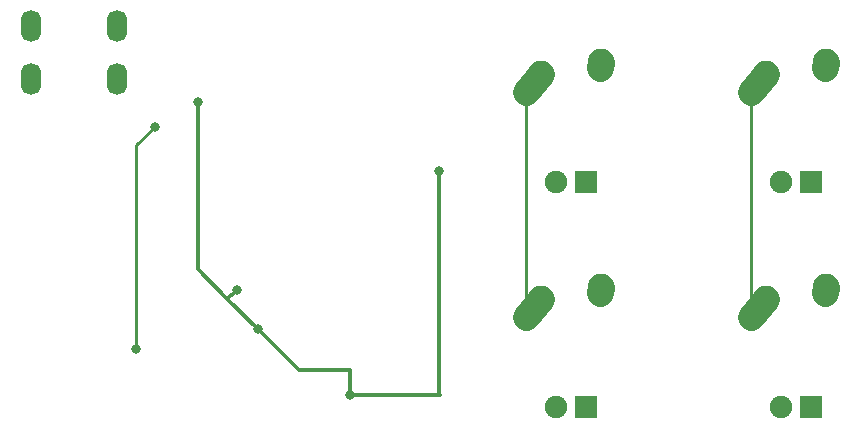
<source format=gbr>
G04 #@! TF.GenerationSoftware,KiCad,Pcbnew,(5.1.4)-1*
G04 #@! TF.CreationDate,2023-01-01T19:50:54-03:00*
G04 #@! TF.ProjectId,osukeypad-pcb,6f73756b-6579-4706-9164-2d7063622e6b,rev?*
G04 #@! TF.SameCoordinates,Original*
G04 #@! TF.FileFunction,Copper,L1,Top*
G04 #@! TF.FilePolarity,Positive*
%FSLAX46Y46*%
G04 Gerber Fmt 4.6, Leading zero omitted, Abs format (unit mm)*
G04 Created by KiCad (PCBNEW (5.1.4)-1) date 2023-01-01 19:50:54*
%MOMM*%
%LPD*%
G04 APERTURE LIST*
%ADD10R,1.905000X1.905000*%
%ADD11C,1.905000*%
%ADD12C,2.250000*%
%ADD13C,2.250000*%
%ADD14O,1.700000X2.700000*%
%ADD15C,0.800000*%
%ADD16C,0.300000*%
%ADD17C,0.400000*%
%ADD18C,0.250000*%
G04 APERTURE END LIST*
D10*
X113982500Y-66992500D03*
D11*
X111442500Y-66992500D03*
D12*
X110212500Y-57912500D03*
X109557501Y-58642500D03*
D13*
X108902500Y-59372500D02*
X110212502Y-57912500D01*
D12*
X115252500Y-56832500D03*
X115232500Y-57122500D03*
D13*
X115212500Y-57412500D02*
X115252500Y-56832500D01*
D14*
X47912000Y-53848000D03*
X55212000Y-53848000D03*
X55212000Y-58348000D03*
X47912000Y-58348000D03*
D10*
X113982500Y-86042500D03*
D11*
X111442500Y-86042500D03*
D12*
X110212500Y-76962500D03*
X109557501Y-77692500D03*
D13*
X108902500Y-78422500D02*
X110212502Y-76962500D01*
D12*
X115252500Y-75882500D03*
X115232500Y-76172500D03*
D13*
X115212500Y-76462500D02*
X115252500Y-75882500D01*
D10*
X94932500Y-86042500D03*
D11*
X92392500Y-86042500D03*
D12*
X91162500Y-76962500D03*
X90507501Y-77692500D03*
D13*
X89852500Y-78422500D02*
X91162502Y-76962500D01*
D12*
X96202500Y-75882500D03*
X96182500Y-76172500D03*
D13*
X96162500Y-76462500D02*
X96202500Y-75882500D01*
D10*
X94932500Y-66992500D03*
D11*
X92392500Y-66992500D03*
D12*
X91162500Y-57912500D03*
X90507501Y-58642500D03*
D13*
X89852500Y-59372500D02*
X91162502Y-57912500D01*
D12*
X96202500Y-56832500D03*
X96182500Y-57122500D03*
D13*
X96162500Y-57412500D02*
X96202500Y-56832500D01*
D15*
X65405000Y-76200000D03*
X74930000Y-85090000D03*
X67183000Y-79502000D03*
X82520000Y-66137000D03*
X62071250Y-60229750D03*
X58420000Y-62357000D03*
X56845200Y-81127600D03*
D16*
X62071250Y-60229750D02*
X62071250Y-74390250D01*
X74930000Y-82931000D02*
X74930000Y-85090000D01*
X74930000Y-85090000D02*
X82550000Y-85090000D01*
X82520000Y-85060000D02*
X82520000Y-66137000D01*
X82550000Y-85090000D02*
X82520000Y-85060000D01*
X64878001Y-76599999D02*
X64579500Y-76898500D01*
X65005001Y-76599999D02*
X64878001Y-76599999D01*
X65405000Y-76200000D02*
X65005001Y-76599999D01*
X62071250Y-74390250D02*
X64579500Y-76898500D01*
X64579500Y-76898500D02*
X67183000Y-79502000D01*
X69342000Y-81661000D02*
X70612000Y-82931000D01*
X67183000Y-79502000D02*
X69342000Y-81661000D01*
X70612000Y-82931000D02*
X74930000Y-82931000D01*
D17*
X89857501Y-78417499D02*
X89852500Y-78422500D01*
D18*
X89852500Y-61277500D02*
X89852500Y-78422500D01*
X89852500Y-59372500D02*
X89852500Y-61277500D01*
D17*
X108907501Y-78417499D02*
X108902500Y-78422500D01*
X108902500Y-59372500D02*
X108907501Y-59377501D01*
D18*
X108902500Y-59372500D02*
X108902500Y-78422500D01*
X56845200Y-63931800D02*
X58420000Y-62357000D01*
X56845200Y-81127600D02*
X56845200Y-63931800D01*
M02*

</source>
